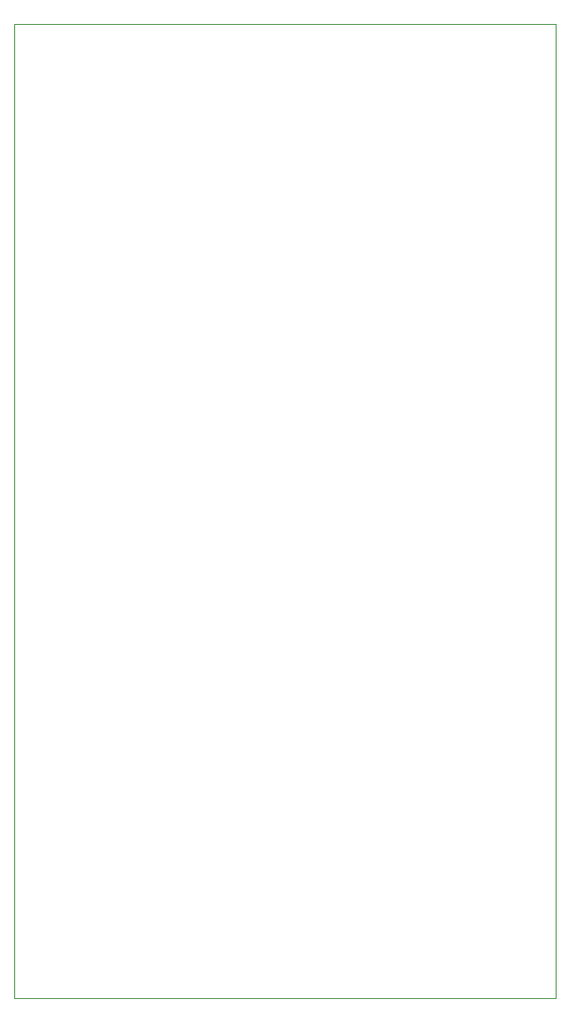
<source format=gbr>
%TF.GenerationSoftware,KiCad,Pcbnew,8.0.6*%
%TF.CreationDate,2025-08-05T17:27:05-05:00*%
%TF.ProjectId,PPDuino Nano Salidas,50504475-696e-46f2-904e-616e6f205361,rev?*%
%TF.SameCoordinates,Original*%
%TF.FileFunction,Profile,NP*%
%FSLAX46Y46*%
G04 Gerber Fmt 4.6, Leading zero omitted, Abs format (unit mm)*
G04 Created by KiCad (PCBNEW 8.0.6) date 2025-08-05 17:27:05*
%MOMM*%
%LPD*%
G01*
G04 APERTURE LIST*
%TA.AperFunction,Profile*%
%ADD10C,0.050000*%
%TD*%
G04 APERTURE END LIST*
D10*
X117600000Y-43775000D02*
X169200000Y-43775000D01*
X169200000Y-136575000D01*
X117600000Y-136575000D01*
X117600000Y-43775000D01*
M02*

</source>
